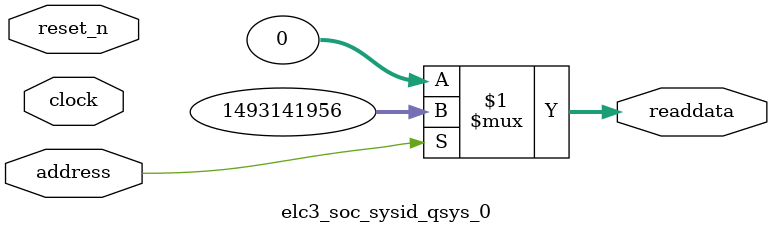
<source format=v>

`timescale 1ns / 1ps
// synthesis translate_on

// turn off superfluous verilog processor warnings 
// altera message_level Level1 
// altera message_off 10034 10035 10036 10037 10230 10240 10030 

module elc3_soc_sysid_qsys_0 (
               // inputs:
                address,
                clock,
                reset_n,

               // outputs:
                readdata
             )
;

  output  [ 31: 0] readdata;
  input            address;
  input            clock;
  input            reset_n;

  wire    [ 31: 0] readdata;
  //control_slave, which is an e_avalon_slave
  assign readdata = address ? 1493141956 : 0;

endmodule




</source>
